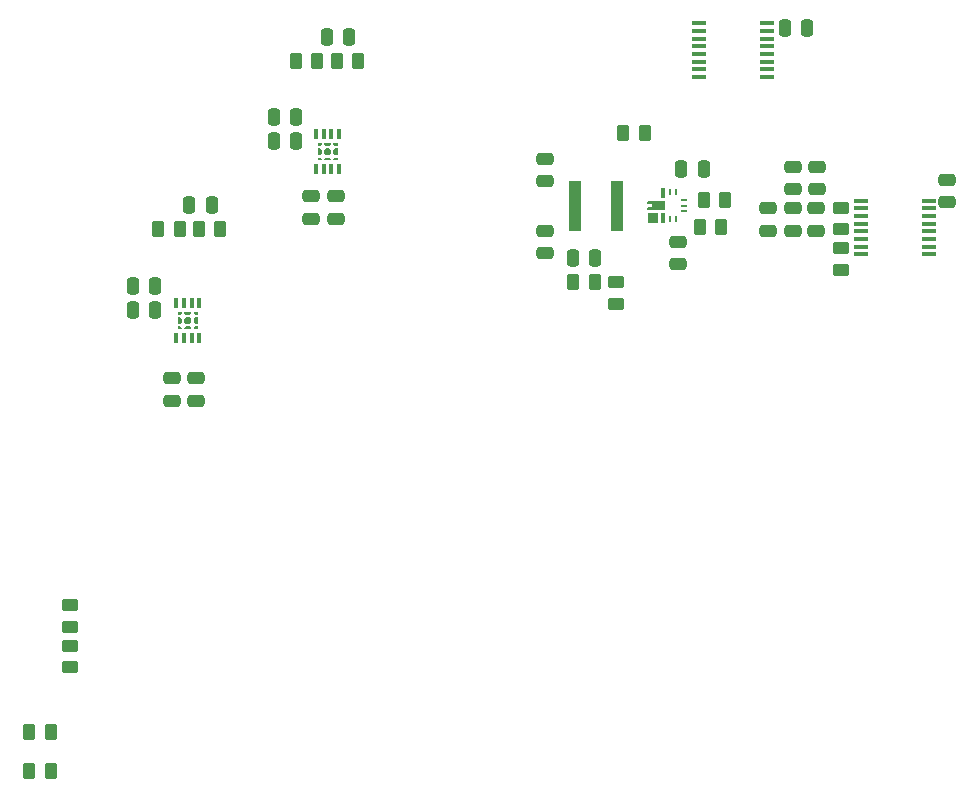
<source format=gbr>
%TF.GenerationSoftware,KiCad,Pcbnew,9.0.3*%
%TF.CreationDate,2025-07-26T14:09:02-04:00*%
%TF.ProjectId,Avionics,4176696f-6e69-4637-932e-6b696361645f,V0.8*%
%TF.SameCoordinates,Original*%
%TF.FileFunction,Paste,Bot*%
%TF.FilePolarity,Positive*%
%FSLAX46Y46*%
G04 Gerber Fmt 4.6, Leading zero omitted, Abs format (unit mm)*
G04 Created by KiCad (PCBNEW 9.0.3) date 2025-07-26 14:09:02*
%MOMM*%
%LPD*%
G01*
G04 APERTURE LIST*
G04 Aperture macros list*
%AMRoundRect*
0 Rectangle with rounded corners*
0 $1 Rounding radius*
0 $2 $3 $4 $5 $6 $7 $8 $9 X,Y pos of 4 corners*
0 Add a 4 corners polygon primitive as box body*
4,1,4,$2,$3,$4,$5,$6,$7,$8,$9,$2,$3,0*
0 Add four circle primitives for the rounded corners*
1,1,$1+$1,$2,$3*
1,1,$1+$1,$4,$5*
1,1,$1+$1,$6,$7*
1,1,$1+$1,$8,$9*
0 Add four rect primitives between the rounded corners*
20,1,$1+$1,$2,$3,$4,$5,0*
20,1,$1+$1,$4,$5,$6,$7,0*
20,1,$1+$1,$6,$7,$8,$9,0*
20,1,$1+$1,$8,$9,$2,$3,0*%
G04 Aperture macros list end*
%ADD10C,0.000000*%
%ADD11RoundRect,0.250000X0.250000X0.475000X-0.250000X0.475000X-0.250000X-0.475000X0.250000X-0.475000X0*%
%ADD12O,1.200000X0.399999*%
%ADD13RoundRect,0.250000X-0.475000X0.250000X-0.475000X-0.250000X0.475000X-0.250000X0.475000X0.250000X0*%
%ADD14RoundRect,0.250000X0.450000X-0.262500X0.450000X0.262500X-0.450000X0.262500X-0.450000X-0.262500X0*%
%ADD15RoundRect,0.250000X0.262500X0.450000X-0.262500X0.450000X-0.262500X-0.450000X0.262500X-0.450000X0*%
%ADD16R,0.575000X0.249999*%
%ADD17R,0.249999X0.575000*%
%ADD18R,0.349999X0.850001*%
%ADD19RoundRect,0.231250X0.231250X0.231250X-0.231250X0.231250X-0.231250X-0.231250X0.231250X-0.231250X0*%
%ADD20RoundRect,0.250000X-0.250000X-0.475000X0.250000X-0.475000X0.250000X0.475000X-0.250000X0.475000X0*%
%ADD21R,1.041400X4.191000*%
%ADD22RoundRect,0.250000X-0.450000X0.262500X-0.450000X-0.262500X0.450000X-0.262500X0.450000X0.262500X0*%
%ADD23RoundRect,0.250000X0.475000X-0.250000X0.475000X0.250000X-0.475000X0.250000X-0.475000X-0.250000X0*%
%ADD24R,0.330200X0.812800*%
%ADD25RoundRect,0.250000X-0.262500X-0.450000X0.262500X-0.450000X0.262500X0.450000X-0.262500X0.450000X0*%
G04 APERTURE END LIST*
D10*
%TO.C,U6*%
G36*
X115776903Y-65270003D02*
G01*
X115826901Y-65320001D01*
X115826903Y-65919999D01*
X115776901Y-65969999D01*
X114339901Y-65969999D01*
X114289901Y-65919999D01*
X114289901Y-65794998D01*
X114339901Y-65745001D01*
X114677901Y-65745001D01*
X114677901Y-65495002D01*
X114339901Y-65495002D01*
X114289901Y-65444999D01*
X114289901Y-65320001D01*
X114339901Y-65270001D01*
X115776903Y-65270003D01*
G37*
%TO.C,U2*%
G36*
X86731299Y-60441679D02*
G01*
X86589878Y-60583100D01*
X86372829Y-60583100D01*
X86372829Y-60351630D01*
X86731299Y-60351630D01*
X86731299Y-60441679D01*
G37*
G36*
X86731299Y-61711921D02*
G01*
X86731299Y-61801970D01*
X86372829Y-61801970D01*
X86372829Y-61570500D01*
X86589878Y-61570500D01*
X86731299Y-61711921D01*
G37*
G36*
X88077169Y-60583100D02*
G01*
X87860120Y-60583100D01*
X87718699Y-60441679D01*
X87718699Y-60351630D01*
X88077169Y-60351630D01*
X88077169Y-60583100D01*
G37*
G36*
X88077169Y-61801970D02*
G01*
X87718699Y-61801970D01*
X87718699Y-61711921D01*
X87860120Y-61570500D01*
X88077169Y-61570500D01*
X88077169Y-61801970D01*
G37*
G36*
X86731299Y-60924521D02*
G01*
X86731299Y-61229079D01*
X86589878Y-61370500D01*
X86372829Y-61370500D01*
X86372829Y-60783100D01*
X86589878Y-60783100D01*
X86731299Y-60924521D01*
G37*
G36*
X87518699Y-60441679D02*
G01*
X87377278Y-60583100D01*
X87072720Y-60583100D01*
X86931299Y-60441679D01*
X86931299Y-60351630D01*
X87518699Y-60351630D01*
X87518699Y-60441679D01*
G37*
G36*
X87518699Y-61711921D02*
G01*
X87518699Y-61801970D01*
X86931299Y-61801970D01*
X86931299Y-61711921D01*
X87072720Y-61570500D01*
X87377278Y-61570500D01*
X87518699Y-61711921D01*
G37*
G36*
X88077169Y-61370500D02*
G01*
X87860120Y-61370500D01*
X87718699Y-61229079D01*
X87718699Y-60924521D01*
X87860120Y-60783100D01*
X88077169Y-60783100D01*
X88077169Y-61370500D01*
G37*
G36*
X87518699Y-60924521D02*
G01*
X87518699Y-61229079D01*
X87377278Y-61370500D01*
X87072720Y-61370500D01*
X86931299Y-61229079D01*
X86931299Y-60924521D01*
X87072720Y-60783100D01*
X87377278Y-60783100D01*
X87518699Y-60924521D01*
G37*
%TO.C,U4*%
G36*
X74900000Y-74708579D02*
G01*
X74758579Y-74850000D01*
X74541530Y-74850000D01*
X74541530Y-74618530D01*
X74900000Y-74618530D01*
X74900000Y-74708579D01*
G37*
G36*
X74900000Y-75978821D02*
G01*
X74900000Y-76068870D01*
X74541530Y-76068870D01*
X74541530Y-75837400D01*
X74758579Y-75837400D01*
X74900000Y-75978821D01*
G37*
G36*
X76245870Y-74850000D02*
G01*
X76028821Y-74850000D01*
X75887400Y-74708579D01*
X75887400Y-74618530D01*
X76245870Y-74618530D01*
X76245870Y-74850000D01*
G37*
G36*
X76245870Y-76068870D02*
G01*
X75887400Y-76068870D01*
X75887400Y-75978821D01*
X76028821Y-75837400D01*
X76245870Y-75837400D01*
X76245870Y-76068870D01*
G37*
G36*
X74900000Y-75191421D02*
G01*
X74900000Y-75495979D01*
X74758579Y-75637400D01*
X74541530Y-75637400D01*
X74541530Y-75050000D01*
X74758579Y-75050000D01*
X74900000Y-75191421D01*
G37*
G36*
X75687400Y-74708579D02*
G01*
X75545979Y-74850000D01*
X75241421Y-74850000D01*
X75100000Y-74708579D01*
X75100000Y-74618530D01*
X75687400Y-74618530D01*
X75687400Y-74708579D01*
G37*
G36*
X75687400Y-75978821D02*
G01*
X75687400Y-76068870D01*
X75100000Y-76068870D01*
X75100000Y-75978821D01*
X75241421Y-75837400D01*
X75545979Y-75837400D01*
X75687400Y-75978821D01*
G37*
G36*
X76245870Y-75637400D02*
G01*
X76028821Y-75637400D01*
X75887400Y-75495979D01*
X75887400Y-75191421D01*
X76028821Y-75050000D01*
X76245870Y-75050000D01*
X76245870Y-75637400D01*
G37*
G36*
X75687400Y-75191421D02*
G01*
X75687400Y-75495979D01*
X75545979Y-75637400D01*
X75241421Y-75637400D01*
X75100000Y-75495979D01*
X75100000Y-75191421D01*
X75241421Y-75050000D01*
X75545979Y-75050000D01*
X75687400Y-75191421D01*
G37*
%TD*%
D11*
%TO.C,C19*%
X119060000Y-62550000D03*
X117160000Y-62550000D03*
%TD*%
%TO.C,C10*%
X72650000Y-72400000D03*
X70750000Y-72400000D03*
%TD*%
D12*
%TO.C,U5*%
X124400000Y-50200000D03*
X124400000Y-50850001D03*
X124400000Y-51500000D03*
X124400000Y-52150001D03*
X124400000Y-52800000D03*
X124400000Y-53450001D03*
X124400000Y-54100000D03*
X124400000Y-54750001D03*
X118700001Y-54750001D03*
X118700001Y-54100000D03*
X118700001Y-53450001D03*
X118700001Y-52800000D03*
X118700001Y-52150001D03*
X118700001Y-51500000D03*
X118700001Y-50850001D03*
X118700001Y-50200000D03*
%TD*%
D11*
%TO.C,C5*%
X84551799Y-58151799D03*
X82651799Y-58151799D03*
%TD*%
D13*
%TO.C,C9*%
X76103699Y-80250000D03*
X76103699Y-82150000D03*
%TD*%
D14*
%TO.C,R9*%
X65400000Y-101300000D03*
X65400000Y-99475000D03*
%TD*%
D13*
%TO.C,C13*%
X124500000Y-65837500D03*
X124500000Y-67737500D03*
%TD*%
%TO.C,C18*%
X116925000Y-68700000D03*
X116925000Y-70600000D03*
%TD*%
%TO.C,C14*%
X126600000Y-65837500D03*
X126600000Y-67737500D03*
%TD*%
D15*
%TO.C,R17*%
X109857500Y-72100000D03*
X108032500Y-72100000D03*
%TD*%
%TO.C,R14*%
X114100000Y-59475000D03*
X112275000Y-59475000D03*
%TD*%
D13*
%TO.C,C15*%
X128600000Y-65837500D03*
X128600000Y-67737500D03*
%TD*%
D15*
%TO.C,R3*%
X89825600Y-53384899D03*
X88000600Y-53384899D03*
%TD*%
%TO.C,R15*%
X120550000Y-67450000D03*
X118725000Y-67450000D03*
%TD*%
D11*
%TO.C,C6*%
X84551799Y-60151799D03*
X82651799Y-60151799D03*
%TD*%
D16*
%TO.C,U6*%
X117402501Y-65120001D03*
X117402501Y-65620000D03*
X117402501Y-66120027D03*
D17*
X116689901Y-66782601D03*
X116189900Y-66782601D03*
D18*
X115640000Y-66644997D03*
D19*
X114769900Y-66670000D03*
D18*
X115640000Y-64595001D03*
D17*
X116189900Y-64457399D03*
X116689901Y-64457399D03*
%TD*%
D13*
%TO.C,C22*%
X105600000Y-67775000D03*
X105600000Y-69675000D03*
%TD*%
D15*
%TO.C,R2*%
X74701199Y-67616900D03*
X72876199Y-67616900D03*
%TD*%
D11*
%TO.C,C12*%
X127825000Y-50550000D03*
X125925000Y-50550000D03*
%TD*%
D20*
%TO.C,C1*%
X75518699Y-65616900D03*
X77418699Y-65616900D03*
%TD*%
D11*
%TO.C,C11*%
X72650000Y-74450000D03*
X70750000Y-74450000D03*
%TD*%
D21*
%TO.C,L1*%
X111746800Y-65620000D03*
X108140000Y-65620000D03*
%TD*%
D22*
%TO.C,R11*%
X130700000Y-65825000D03*
X130700000Y-67650000D03*
%TD*%
D23*
%TO.C,C17*%
X126600000Y-64237500D03*
X126600000Y-62337500D03*
%TD*%
D20*
%TO.C,C20*%
X107975000Y-70100000D03*
X109875000Y-70100000D03*
%TD*%
D24*
%TO.C,U2*%
X88199998Y-62550000D03*
X87550000Y-62550000D03*
X86899998Y-62550000D03*
X86250000Y-62550000D03*
X86250000Y-59603600D03*
X86899998Y-59603600D03*
X87550000Y-59603600D03*
X88199998Y-59603600D03*
%TD*%
D13*
%TO.C,C4*%
X87901799Y-64851799D03*
X87901799Y-66751799D03*
%TD*%
D14*
%TO.C,R16*%
X111645000Y-73945000D03*
X111645000Y-72120000D03*
%TD*%
D22*
%TO.C,R10*%
X65400000Y-102900000D03*
X65400000Y-104725000D03*
%TD*%
D25*
%TO.C,R13*%
X119087500Y-65125000D03*
X120912500Y-65125000D03*
%TD*%
D23*
%TO.C,C16*%
X128620000Y-64237500D03*
X128620000Y-62337500D03*
%TD*%
D24*
%TO.C,U4*%
X76368699Y-76816900D03*
X75718701Y-76816900D03*
X75068699Y-76816900D03*
X74418701Y-76816900D03*
X74418701Y-73870500D03*
X75068699Y-73870500D03*
X75718701Y-73870500D03*
X76368699Y-73870500D03*
%TD*%
D15*
%TO.C,R4*%
X86365600Y-53384899D03*
X84540600Y-53384899D03*
%TD*%
D13*
%TO.C,C3*%
X85851799Y-64851799D03*
X85851799Y-66751799D03*
%TD*%
D22*
%TO.C,R12*%
X130700000Y-69237500D03*
X130700000Y-71062500D03*
%TD*%
D12*
%TO.C,U3*%
X138124999Y-65212500D03*
X138124999Y-65862501D03*
X138124999Y-66512500D03*
X138124999Y-67162501D03*
X138124999Y-67812500D03*
X138124999Y-68462501D03*
X138124999Y-69112500D03*
X138124999Y-69762501D03*
X132425000Y-69762501D03*
X132425000Y-69112500D03*
X132425000Y-68462501D03*
X132425000Y-67812500D03*
X132425000Y-67162501D03*
X132425000Y-66512500D03*
X132425000Y-65862501D03*
X132425000Y-65212500D03*
%TD*%
D15*
%TO.C,R1*%
X78143699Y-67616900D03*
X76318699Y-67616900D03*
%TD*%
%TO.C,R7*%
X63800000Y-110225000D03*
X61975000Y-110225000D03*
%TD*%
D23*
%TO.C,C21*%
X105600000Y-63550000D03*
X105600000Y-61650000D03*
%TD*%
D20*
%TO.C,C2*%
X87133100Y-51384899D03*
X89033100Y-51384899D03*
%TD*%
D25*
%TO.C,R8*%
X61975000Y-113475000D03*
X63800000Y-113475000D03*
%TD*%
D13*
%TO.C,C8*%
X74068699Y-80250000D03*
X74068699Y-82150000D03*
%TD*%
%TO.C,C7*%
X139700000Y-63437501D03*
X139700000Y-65337501D03*
%TD*%
M02*

</source>
